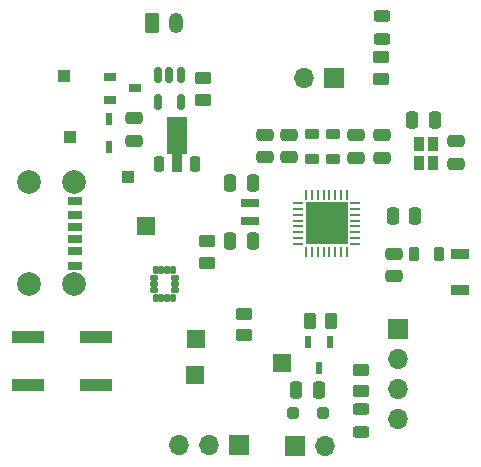
<source format=gbr>
%TF.GenerationSoftware,KiCad,Pcbnew,8.0.3*%
%TF.CreationDate,2025-03-04T10:01:38-06:00*%
%TF.ProjectId,wearable_v2_nrf,77656172-6162-46c6-955f-76325f6e7266,rev?*%
%TF.SameCoordinates,Original*%
%TF.FileFunction,Soldermask,Top*%
%TF.FilePolarity,Negative*%
%FSLAX46Y46*%
G04 Gerber Fmt 4.6, Leading zero omitted, Abs format (unit mm)*
G04 Created by KiCad (PCBNEW 8.0.3) date 2025-03-04 10:01:38*
%MOMM*%
%LPD*%
G01*
G04 APERTURE LIST*
G04 Aperture macros list*
%AMRoundRect*
0 Rectangle with rounded corners*
0 $1 Rounding radius*
0 $2 $3 $4 $5 $6 $7 $8 $9 X,Y pos of 4 corners*
0 Add a 4 corners polygon primitive as box body*
4,1,4,$2,$3,$4,$5,$6,$7,$8,$9,$2,$3,0*
0 Add four circle primitives for the rounded corners*
1,1,$1+$1,$2,$3*
1,1,$1+$1,$4,$5*
1,1,$1+$1,$6,$7*
1,1,$1+$1,$8,$9*
0 Add four rect primitives between the rounded corners*
20,1,$1+$1,$2,$3,$4,$5,0*
20,1,$1+$1,$4,$5,$6,$7,0*
20,1,$1+$1,$6,$7,$8,$9,0*
20,1,$1+$1,$8,$9,$2,$3,0*%
%AMFreePoly0*
4,1,9,3.862500,-0.866500,0.737500,-0.866500,0.737500,-0.450000,-0.737500,-0.450000,-0.737500,0.450000,0.737500,0.450000,0.737500,0.866500,3.862500,0.866500,3.862500,-0.866500,3.862500,-0.866500,$1*%
G04 Aperture macros list end*
%ADD10RoundRect,0.250000X-0.475000X0.250000X-0.475000X-0.250000X0.475000X-0.250000X0.475000X0.250000X0*%
%ADD11R,1.700000X1.700000*%
%ADD12O,1.700000X1.700000*%
%ADD13RoundRect,0.250000X-0.350000X-0.625000X0.350000X-0.625000X0.350000X0.625000X-0.350000X0.625000X0*%
%ADD14O,1.200000X1.750000*%
%ADD15RoundRect,0.250000X0.475000X-0.250000X0.475000X0.250000X-0.475000X0.250000X-0.475000X-0.250000X0*%
%ADD16R,2.750000X1.000000*%
%ADD17RoundRect,0.218750X0.381250X-0.218750X0.381250X0.218750X-0.381250X0.218750X-0.381250X-0.218750X0*%
%ADD18RoundRect,0.250000X-0.262500X-0.450000X0.262500X-0.450000X0.262500X0.450000X-0.262500X0.450000X0*%
%ADD19RoundRect,0.243750X0.456250X-0.243750X0.456250X0.243750X-0.456250X0.243750X-0.456250X-0.243750X0*%
%ADD20RoundRect,0.250000X-0.450000X0.262500X-0.450000X-0.262500X0.450000X-0.262500X0.450000X0.262500X0*%
%ADD21RoundRect,0.243750X-0.456250X0.243750X-0.456250X-0.243750X0.456250X-0.243750X0.456250X0.243750X0*%
%ADD22R,1.500000X1.500000*%
%ADD23R,1.500000X0.800000*%
%ADD24RoundRect,0.218750X-0.381250X0.218750X-0.381250X-0.218750X0.381250X-0.218750X0.381250X0.218750X0*%
%ADD25RoundRect,0.250000X-0.250000X-0.475000X0.250000X-0.475000X0.250000X0.475000X-0.250000X0.475000X0*%
%ADD26R,0.600000X1.100000*%
%ADD27RoundRect,0.062500X-0.337500X-0.062500X0.337500X-0.062500X0.337500X0.062500X-0.337500X0.062500X0*%
%ADD28RoundRect,0.062500X-0.062500X-0.337500X0.062500X-0.337500X0.062500X0.337500X-0.062500X0.337500X0*%
%ADD29R,3.600000X3.600000*%
%ADD30RoundRect,0.150000X-0.150000X0.512500X-0.150000X-0.512500X0.150000X-0.512500X0.150000X0.512500X0*%
%ADD31R,0.850000X1.200000*%
%ADD32RoundRect,0.250000X0.450000X-0.262500X0.450000X0.262500X-0.450000X0.262500X-0.450000X-0.262500X0*%
%ADD33R,1.200000X0.700000*%
%ADD34R,1.200000X0.760000*%
%ADD35R,1.200000X0.800000*%
%ADD36C,2.010000*%
%ADD37R,1.000000X1.000000*%
%ADD38RoundRect,0.225000X0.225000X-0.425000X0.225000X0.425000X-0.225000X0.425000X-0.225000X-0.425000X0*%
%ADD39FreePoly0,90.000000*%
%ADD40R,0.500000X1.075000*%
%ADD41RoundRect,0.250000X0.250000X0.475000X-0.250000X0.475000X-0.250000X-0.475000X0.250000X-0.475000X0*%
%ADD42RoundRect,0.102000X-0.125000X0.237500X-0.125000X-0.237500X0.125000X-0.237500X0.125000X0.237500X0*%
%ADD43RoundRect,0.102000X-0.237500X0.125000X-0.237500X-0.125000X0.237500X-0.125000X0.237500X0.125000X0*%
%ADD44R,1.100000X0.650000*%
%ADD45RoundRect,0.218750X-0.218750X-0.381250X0.218750X-0.381250X0.218750X0.381250X-0.218750X0.381250X0*%
%ADD46R,1.600200X0.863600*%
%ADD47RoundRect,0.250000X-0.250000X-0.250000X0.250000X-0.250000X0.250000X0.250000X-0.250000X0.250000X0*%
G04 APERTURE END LIST*
D10*
%TO.C,C13*%
X120450000Y-60625000D03*
X120450000Y-62525000D03*
%TD*%
D11*
%TO.C,R5*%
X110200000Y-55275000D03*
D12*
X107660000Y-55275000D03*
%TD*%
D13*
%TO.C,BT1*%
X94775000Y-50575000D03*
D14*
X96775000Y-50575000D03*
%TD*%
D15*
%TO.C,C8*%
X112050000Y-62000000D03*
X112050000Y-60100000D03*
%TD*%
D16*
%TO.C,SW1*%
X84225000Y-77225000D03*
X89975000Y-77225000D03*
X84225000Y-81225000D03*
X89975000Y-81225000D03*
%TD*%
D17*
%TO.C,L2*%
X108300000Y-62112500D03*
X108300000Y-59987500D03*
%TD*%
D18*
%TO.C,R8*%
X108087500Y-75825000D03*
X109912500Y-75825000D03*
%TD*%
D15*
%TO.C,C9*%
X106350000Y-61950000D03*
X106350000Y-60050000D03*
%TD*%
%TO.C,C4*%
X104300000Y-61950000D03*
X104300000Y-60050000D03*
%TD*%
D19*
%TO.C,D2*%
X112450000Y-85187500D03*
X112450000Y-83312500D03*
%TD*%
D20*
%TO.C,R6*%
X112475000Y-79950000D03*
X112475000Y-81775000D03*
%TD*%
D21*
%TO.C,D3*%
X114200000Y-50050000D03*
X114200000Y-51925000D03*
%TD*%
D22*
%TO.C,TP5*%
X98400000Y-80375000D03*
%TD*%
D20*
%TO.C,R1*%
X99375000Y-69075000D03*
X99375000Y-70900000D03*
%TD*%
D10*
%TO.C,C1*%
X93250000Y-58650000D03*
X93250000Y-60550000D03*
%TD*%
D23*
%TO.C,Y2*%
X103025000Y-65850000D03*
X103025000Y-67350000D03*
%TD*%
D11*
%TO.C,M1*%
X106825000Y-86400000D03*
D12*
X109365000Y-86400000D03*
%TD*%
D11*
%TO.C,J1*%
X115550000Y-76545000D03*
D12*
X115550000Y-79085000D03*
X115550000Y-81625000D03*
X115550000Y-84165000D03*
%TD*%
D22*
%TO.C,TP6*%
X94275000Y-67825000D03*
%TD*%
D24*
%TO.C,L3*%
X110100000Y-59987500D03*
X110100000Y-62112500D03*
%TD*%
D25*
%TO.C,C6*%
X101375000Y-69025000D03*
X103275000Y-69025000D03*
%TD*%
%TO.C,C7*%
X115150000Y-66975000D03*
X117050000Y-66975000D03*
%TD*%
D26*
%TO.C,Q2*%
X109825000Y-77600000D03*
X107925000Y-77600000D03*
X108875000Y-79800000D03*
%TD*%
D27*
%TO.C,U1*%
X107075000Y-65825000D03*
X107075000Y-66325000D03*
X107075000Y-66825000D03*
X107075000Y-67325000D03*
X107075000Y-67825000D03*
X107075000Y-68325000D03*
X107075000Y-68825000D03*
X107075000Y-69325000D03*
D28*
X107775000Y-70025000D03*
X108275000Y-70025000D03*
X108775000Y-70025000D03*
X109275000Y-70025000D03*
X109775000Y-70025000D03*
X110275000Y-70025000D03*
X110775000Y-70025000D03*
X111275000Y-70025000D03*
D27*
X111975000Y-69325000D03*
X111975000Y-68825000D03*
X111975000Y-68325000D03*
X111975000Y-67825000D03*
X111975000Y-67325000D03*
X111975000Y-66825000D03*
X111975000Y-66325000D03*
X111975000Y-65825000D03*
D28*
X111275000Y-65125000D03*
X110775000Y-65125000D03*
X110275000Y-65125000D03*
X109775000Y-65125000D03*
X109275000Y-65125000D03*
X108775000Y-65125000D03*
X108275000Y-65125000D03*
X107775000Y-65125000D03*
D29*
X109525000Y-67575000D03*
%TD*%
D15*
%TO.C,C10*%
X114225000Y-62025000D03*
X114225000Y-60125000D03*
%TD*%
D30*
%TO.C,IC1*%
X97162500Y-55012500D03*
X96212500Y-55012500D03*
X95262500Y-55012500D03*
X95262500Y-57287500D03*
X97162500Y-57287500D03*
%TD*%
D31*
%TO.C,Y1*%
X117362000Y-60862000D03*
X117362000Y-62488000D03*
X118562000Y-62488000D03*
X118562000Y-60862000D03*
%TD*%
D32*
%TO.C,R7*%
X114150000Y-55300000D03*
X114150000Y-53475000D03*
%TD*%
D33*
%TO.C,J2*%
X88227500Y-67900000D03*
D34*
X88227500Y-69920000D03*
D35*
X88227500Y-71150000D03*
D33*
X88227500Y-68900000D03*
D34*
X88227500Y-66880000D03*
D35*
X88227500Y-65650000D03*
D36*
X84347500Y-64080000D03*
X84347500Y-72720000D03*
X88147500Y-64080000D03*
X88147500Y-72720000D03*
%TD*%
D37*
%TO.C,TP2*%
X87325000Y-55125000D03*
%TD*%
D22*
%TO.C,TP4*%
X98450000Y-77375000D03*
%TD*%
D38*
%TO.C,U4*%
X95350000Y-62525000D03*
D39*
X96850000Y-62437500D03*
D38*
X98350000Y-62525000D03*
%TD*%
D40*
%TO.C,D1*%
X91075000Y-61062000D03*
X91075000Y-58738000D03*
%TD*%
D41*
%TO.C,C12*%
X118675000Y-58850000D03*
X116775000Y-58850000D03*
%TD*%
D42*
%TO.C,U3*%
X96550000Y-71550000D03*
X96050000Y-71550000D03*
X95550000Y-71550000D03*
X95050000Y-71550000D03*
D43*
X94887500Y-72212500D03*
X94887500Y-72712500D03*
X94887500Y-73212500D03*
D42*
X95050000Y-73875000D03*
X95550000Y-73875000D03*
X96050000Y-73875000D03*
X96550000Y-73875000D03*
D43*
X96712500Y-73212500D03*
X96712500Y-72712500D03*
X96712500Y-72212500D03*
%TD*%
D11*
%TO.C,J3*%
X102100000Y-86350000D03*
D12*
X99560000Y-86350000D03*
X97020000Y-86350000D03*
%TD*%
D44*
%TO.C,Q1*%
X91200000Y-55165000D03*
X91200000Y-57085000D03*
X93300000Y-56125000D03*
%TD*%
D37*
%TO.C,TP1*%
X87800000Y-60250000D03*
%TD*%
D32*
%TO.C,R10*%
X102525000Y-77050000D03*
X102525000Y-75225000D03*
%TD*%
D45*
%TO.C,L1*%
X116937500Y-70200000D03*
X119062500Y-70200000D03*
%TD*%
D32*
%TO.C,R9*%
X99025000Y-57112500D03*
X99025000Y-55287500D03*
%TD*%
D46*
%TO.C,U5*%
X120825000Y-70175000D03*
X120825000Y-73222602D03*
%TD*%
D47*
%TO.C,D4*%
X106700000Y-83625000D03*
X109200000Y-83625000D03*
%TD*%
D10*
%TO.C,C3*%
X115262500Y-70125000D03*
X115262500Y-72025000D03*
%TD*%
D25*
%TO.C,C11*%
X106975000Y-81675000D03*
X108875000Y-81675000D03*
%TD*%
%TO.C,C5*%
X101375000Y-64150000D03*
X103275000Y-64150000D03*
%TD*%
D22*
%TO.C,TP7*%
X105750000Y-79375000D03*
%TD*%
D37*
%TO.C,TP3*%
X92725000Y-63675000D03*
%TD*%
M02*

</source>
